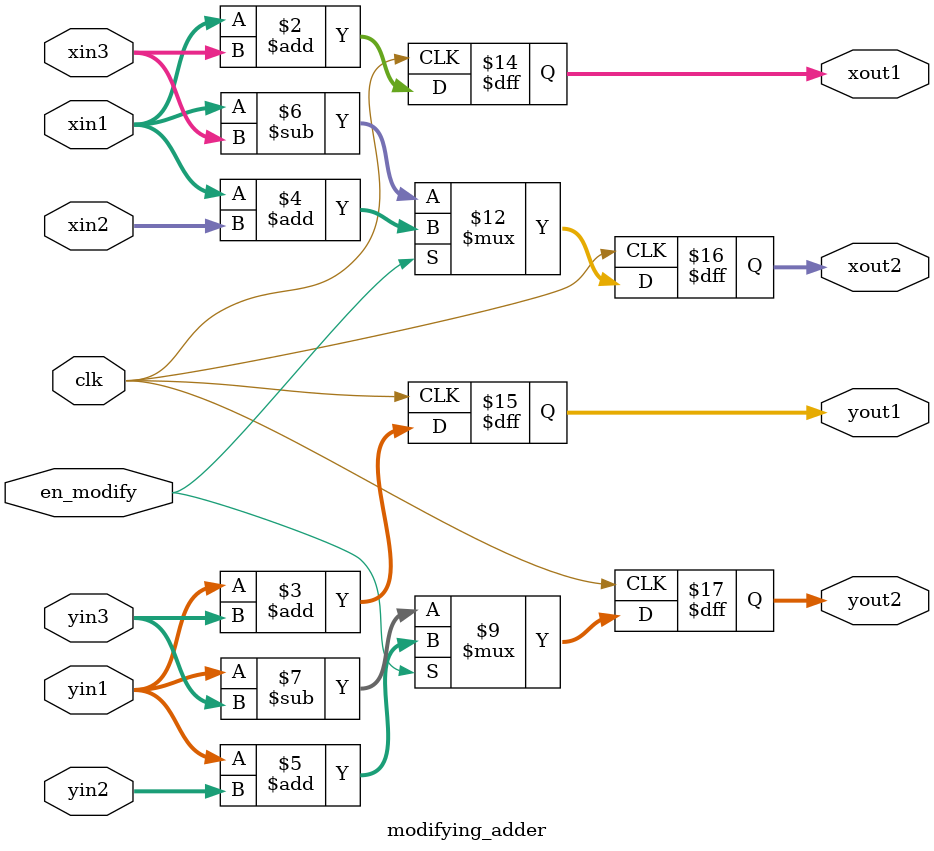
<source format=v>

module modifying_adder
	#(parameter bit_width=16)(
    input   clk,
    input   en_modify,
    input   signed [bit_width-1:0] xin1,
    input   signed [bit_width-1:0] yin1,
	input   signed [bit_width-1:0] xin2,
	input   signed [bit_width-1:0] yin2,
    input   signed [bit_width-1:0] xin3,
	input   signed [bit_width-1:0] yin3,

    output reg signed [bit_width-1:0]  xout1,
	output reg signed [bit_width-1:0]  yout1,
    output reg signed [bit_width-1:0]  xout2,
	output reg signed [bit_width-1:0]  yout2

   );    


   always @(posedge clk) begin
     begin
         begin
                xout1      <= xin1 + xin3 ;
                yout1      <= yin1 + yin3 ;

            if (en_modify) begin
                xout2      <= xin1 + xin2;
                yout2      <= yin1 + yin2; 
            end  else begin
                xout2      <= xin1 - xin3 ;
                yout2      <= yin1 - yin3 ;
            end
        end 
    end
   end
   


endmodule
</source>
